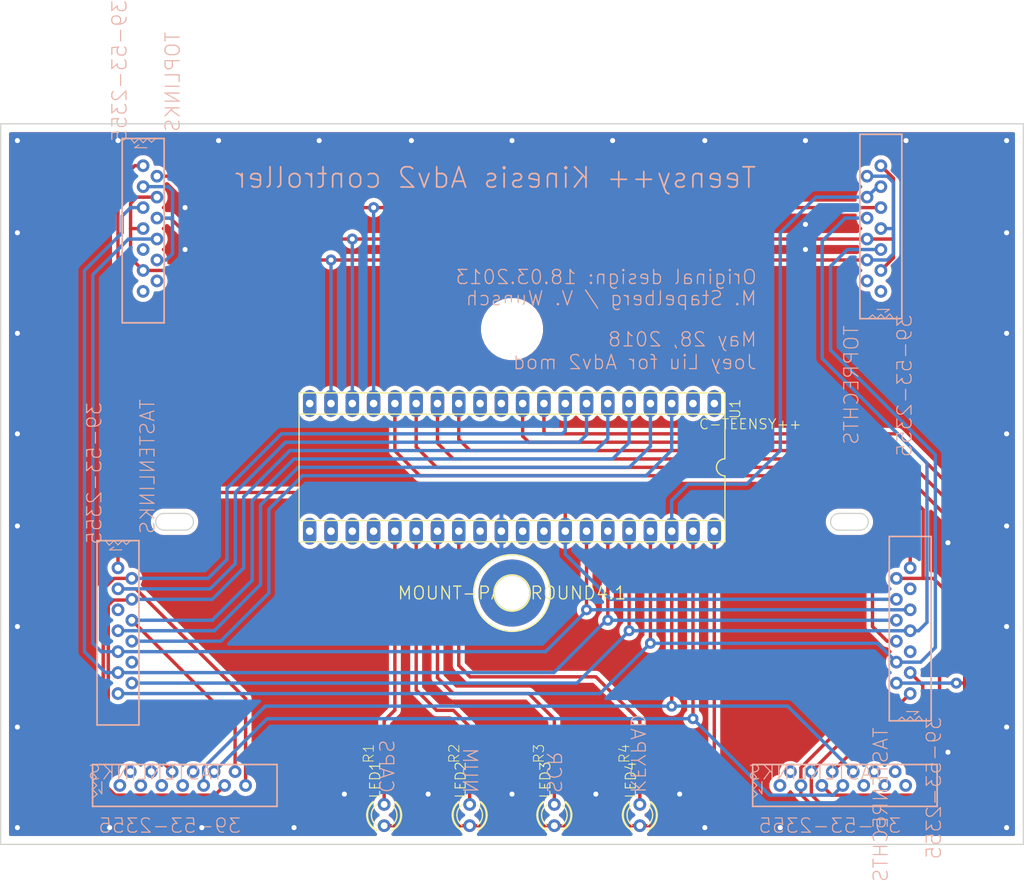
<source format=kicad_pcb>
(kicad_pcb (version 20171130) (host pcbnew 5.0.0-rc2-dev-unknown-5342aac~64~ubuntu16.04.1)
  (layers (0 Top signal) (1 Route2 signal) (2 Route3 signal) (3 Route4 signal) (4 Route5 signal) (5 Route6 signal) (6 Route7 signal) (7 Route8 signal) (8 Route9 signal) (9 Route10 signal) (10 Route11 signal) (11 Route12 signal) (12 Route13 signal) (13 Route14 signal) (14 Route15 signal) (31 Bottom signal) (34 B.Paste user) (35 F.Paste user) (36 B.SilkS user) (37 F.SilkS user) (38 B.Mask user) (39 F.Mask user) (44 Edge.Cuts user))
  (net 0 "")
  (net 1 GND)
  (net 2 C0)
  (net 3 C1)
  (net 4 C3)
  (net 5 C6)
  (net 6 C2)
  (net 7 C5)
  (net 8 C4)
  (net 9 D2)
  (net 10 D3)
  (net 11 D4)
  (net 12 D5)
  (net 13 D6)
  (net 14 D7)
  (net 15 B0)
  (net 16 B1)
  (net 17 B2)
  (net 18 B4)
  (net 19 B5)
  (net 20 B6)
  (net 21 D0)
  (net 22 B3)
  (net 23 D1)
  (net 24 N$1)
  (net 25 N$7)
  (net 26 N$8)
  (net 27 N$9)
  (net 28 N$10)
  (net 29 N$11)
  (net 30 N$14)
  (net 31 N$15)
  (net 32 N$16)
  (net 33 N$17)
  (module 39-53-2135 (layer Bottom) (at 101.5011 122.5036 270)
    (fp_text reference TASTENLINKS (at -11.4208 -2.5324 90) (layer B.SilkS) (effects (font (size 1.6891 1.6891) (thickness 0.135128)) (justify right top mirror)))
    (fp_text value 39-53-2355 (at -10.16 3.81 90) (layer B.SilkS) (effects (font (size 1.6891 1.6891) (thickness 0.135128)) (justify right top mirror)))
    (pad P$1 thru_hole circle (at -7.5 0 270) (size 1.5112 1.5112) (drill 0.8) (layers *.Cu *.Mask) (net 15 B0))
    (pad P$3 thru_hole circle (at -5 0 270) (size 1.5112 1.5112) (drill 0.8) (layers *.Cu *.Mask) (net 11 D4))
    (pad P$5 thru_hole circle (at -2.5 0 270) (size 1.5112 1.5112) (drill 0.8) (layers *.Cu *.Mask))
    (pad P$7 thru_hole circle (at 0 0 270) (size 1.5112 1.5112) (drill 0.8) (layers *.Cu *.Mask) (net 23 D1))
    (pad P$9 thru_hole circle (at 2.5 0 270) (size 1.5112 1.5112) (drill 0.8) (layers *.Cu *.Mask) (net 16 B1))
    (pad P$11 thru_hole circle (at 5 0 270) (size 1.5112 1.5112) (drill 0.8) (layers *.Cu *.Mask) (net 17 B2))
    (pad P$13 thru_hole circle (at 7.5 0 270) (size 1.5112 1.5112) (drill 0.8) (layers *.Cu *.Mask) (net 18 B4))
    (pad P$2 thru_hole circle (at -6.25 -1.65 270) (size 1.5112 1.5112) (drill 0.8) (layers *.Cu *.Mask) (net 12 D5))
    (pad P$4 thru_hole circle (at -3.75 -1.65 270) (size 1.5112 1.5112) (drill 0.8) (layers *.Cu *.Mask) (net 10 D3))
    (pad P$6 thru_hole circle (at -1.25 -1.65 270) (size 1.5112 1.5112) (drill 0.8) (layers *.Cu *.Mask) (net 9 D2))
    (pad P$8 thru_hole circle (at 1.25 -1.65 270) (size 1.5112 1.5112) (drill 0.8) (layers *.Cu *.Mask) (net 21 D0))
    (pad P$10 thru_hole circle (at 3.75 -1.65 270) (size 1.5112 1.5112) (drill 0.8) (layers *.Cu *.Mask))
    (pad P$12 thru_hole circle (at 6.25 -1.65 270) (size 1.5112 1.5112) (drill 0.8) (layers *.Cu *.Mask) (net 22 B3))
  )
  (module 39-53-2135 (layer Bottom) (at 109.22 140.97)
    (fp_text reference TASTENLINKS (at -11.4208 -2.5324 -180) (layer B.SilkS) (effects (font (size 1.6891 1.6891) (thickness 0.135128)) (justify right top mirror)))
    (fp_text value 39-53-2355 (at -10.16 3.81 -180) (layer B.SilkS) (effects (font (size 1.6891 1.6891) (thickness 0.135128)) (justify right top mirror)))
    (pad P$12 thru_hole circle (at 6.25 -1.65) (size 1.5112 1.5112) (drill 0.8) (layers *.Cu *.Mask) (net 9 D2))
    (pad P$10 thru_hole circle (at 3.75 -1.65) (size 1.5112 1.5112) (drill 0.8) (layers *.Cu *.Mask) (net 20 B6))
    (pad P$8 thru_hole circle (at 1.25 -1.65) (size 1.5112 1.5112) (drill 0.8) (layers *.Cu *.Mask))
    (pad P$6 thru_hole circle (at -1.25 -1.65) (size 1.5112 1.5112) (drill 0.8) (layers *.Cu *.Mask) (net 10 D3))
    (pad P$4 thru_hole circle (at -3.75 -1.65) (size 1.5112 1.5112) (drill 0.8) (layers *.Cu *.Mask))
    (pad P$2 thru_hole circle (at -6.25 -1.65) (size 1.5112 1.5112) (drill 0.8) (layers *.Cu *.Mask))
    (pad P$13 thru_hole circle (at 7.5 0) (size 1.5112 1.5112) (drill 0.8) (layers *.Cu *.Mask) (net 11 D4))
    (pad P$11 thru_hole circle (at 5 0) (size 1.5112 1.5112) (drill 0.8) (layers *.Cu *.Mask) (net 12 D5))
    (pad P$9 thru_hole circle (at 2.5 0) (size 1.5112 1.5112) (drill 0.8) (layers *.Cu *.Mask) (net 19 B5))
    (pad P$7 thru_hole circle (at 0 0) (size 1.5112 1.5112) (drill 0.8) (layers *.Cu *.Mask))
    (pad P$5 thru_hole circle (at -2.5 0) (size 1.5112 1.5112) (drill 0.8) (layers *.Cu *.Mask))
    (pad P$3 thru_hole circle (at -5 0) (size 1.5112 1.5112) (drill 0.8) (layers *.Cu *.Mask))
    (pad P$1 thru_hole circle (at -7.5 0) (size 1.5112 1.5112) (drill 0.8) (layers *.Cu *.Mask))
  )
  (module 39-53-2135 (layer Bottom) (at 187.96 140.97)
    (fp_text reference TASTENLINKS (at -11.4208 -2.5324 -180) (layer B.SilkS) (effects (font (size 1.6891 1.6891) (thickness 0.135128)) (justify right top mirror)))
    (fp_text value 39-53-2355 (at -10.16 3.81 -180) (layer B.SilkS) (effects (font (size 1.6891 1.6891) (thickness 0.135128)) (justify right top mirror)))
    (pad P$1 thru_hole circle (at -7.5 0) (size 1.5112 1.5112) (drill 0.8) (layers *.Cu *.Mask))
    (pad P$3 thru_hole circle (at -5 0) (size 1.5112 1.5112) (drill 0.8) (layers *.Cu *.Mask) (net 13 D6))
    (pad P$5 thru_hole circle (at -2.5 0) (size 1.5112 1.5112) (drill 0.8) (layers *.Cu *.Mask) (net 2 C0))
    (pad P$7 thru_hole circle (at 0 0) (size 1.5112 1.5112) (drill 0.8) (layers *.Cu *.Mask) (net 20 B6))
    (pad P$9 thru_hole circle (at 2.5 0) (size 1.5112 1.5112) (drill 0.8) (layers *.Cu *.Mask))
    (pad P$11 thru_hole circle (at 5 0) (size 1.5112 1.5112) (drill 0.8) (layers *.Cu *.Mask))
    (pad P$13 thru_hole circle (at 7.5 0) (size 1.5112 1.5112) (drill 0.8) (layers *.Cu *.Mask))
    (pad P$2 thru_hole circle (at -6.25 -1.65) (size 1.5112 1.5112) (drill 0.8) (layers *.Cu *.Mask))
    (pad P$4 thru_hole circle (at -3.75 -1.65) (size 1.5112 1.5112) (drill 0.8) (layers *.Cu *.Mask) (net 14 D7))
    (pad P$6 thru_hole circle (at -1.25 -1.65) (size 1.5112 1.5112) (drill 0.8) (layers *.Cu *.Mask) (net 3 C1))
    (pad P$8 thru_hole circle (at 1.25 -1.65) (size 1.5112 1.5112) (drill 0.8) (layers *.Cu *.Mask) (net 19 B5))
    (pad P$10 thru_hole circle (at 3.75 -1.65) (size 1.5112 1.5112) (drill 0.8) (layers *.Cu *.Mask))
    (pad P$12 thru_hole circle (at 6.25 -1.65) (size 1.5112 1.5112) (drill 0.8) (layers *.Cu *.Mask))
  )
  (module "" (layer Top) (at 148.5011 86.5036)
    (fp_text reference @HOLE0 hide)
    (fp_text value "" (at 0 0) (layer F.SilkS) (effects (font (size 1.524 1.524))))
    (pad "" np_thru_hole circle (at 0 0) (size 6.4 6.4) (drill 6.4) (layers *.Cu))
  )
  (module TEENSY++ (layer Top) (at 148.5011 103.0036 180)
    (fp_text reference U1 (at -25.908 8.255 90) (layer F.SilkS) (effects (font (size 1.2065 1.2065) (thickness 0.12065)) (justify right top)))
    (fp_text value C-TEENSY++ (at -22.225 4.445) (layer F.SilkS) (effects (font (size 1.2065 1.2065) (thickness 0.12065)) (justify left bottom)))
    (pad GND thru_hole oval (at -24.13 7.62 270) (size 3.2224 1.6112) (drill 0.9) (layers *.Cu *.Mask) (net 24 N$1))
    (pad B7 thru_hole oval (at -21.59 7.62 270) (size 3.2224 1.6112) (drill 0.9) (layers *.Cu *.Mask))
    (pad D2 thru_hole oval (at -13.97 7.62 270) (size 3.2224 1.6112) (drill 0.9) (layers *.Cu *.Mask) (net 9 D2))
    (pad D3 thru_hole oval (at -11.43 7.62 270) (size 3.2224 1.6112) (drill 0.9) (layers *.Cu *.Mask) (net 10 D3))
    (pad D0 thru_hole oval (at -19.05 7.62 270) (size 3.2224 1.6112) (drill 0.9) (layers *.Cu *.Mask) (net 21 D0))
    (pad D1 thru_hole oval (at -16.51 7.62 270) (size 3.2224 1.6112) (drill 0.9) (layers *.Cu *.Mask) (net 23 D1))
    (pad D4 thru_hole oval (at -8.89 7.62 270) (size 3.2224 1.6112) (drill 0.9) (layers *.Cu *.Mask) (net 11 D4))
    (pad D5 thru_hole oval (at -6.35 7.62 270) (size 3.2224 1.6112) (drill 0.9) (layers *.Cu *.Mask) (net 12 D5))
    (pad D6 thru_hole oval (at -3.81 7.62 270) (size 3.2224 1.6112) (drill 0.9) (layers *.Cu *.Mask) (net 13 D6))
    (pad D7 thru_hole oval (at -1.27 7.62 270) (size 3.2224 1.6112) (drill 0.9) (layers *.Cu *.Mask) (net 14 D7))
    (pad E0 thru_hole oval (at 1.27 7.62 270) (size 3.2224 1.6112) (drill 0.9) (layers *.Cu *.Mask))
    (pad E1 thru_hole oval (at 3.81 7.62 270) (size 3.2224 1.6112) (drill 0.9) (layers *.Cu *.Mask))
    (pad C0 thru_hole oval (at 6.35 7.62 270) (size 3.2224 1.6112) (drill 0.9) (layers *.Cu *.Mask) (net 2 C0))
    (pad C1 thru_hole oval (at 8.89 7.62 270) (size 3.2224 1.6112) (drill 0.9) (layers *.Cu *.Mask) (net 3 C1))
    (pad C2 thru_hole oval (at 11.43 7.62 270) (size 3.2224 1.6112) (drill 0.9) (layers *.Cu *.Mask) (net 6 C2))
    (pad C3 thru_hole oval (at 13.97 7.62 270) (size 3.2224 1.6112) (drill 0.9) (layers *.Cu *.Mask) (net 4 C3))
    (pad C4 thru_hole oval (at 16.51 7.62 270) (size 3.2224 1.6112) (drill 0.9) (layers *.Cu *.Mask) (net 8 C4))
    (pad C5 thru_hole oval (at 19.05 7.62 270) (size 3.2224 1.6112) (drill 0.9) (layers *.Cu *.Mask) (net 7 C5))
    (pad C6 thru_hole oval (at 21.59 7.62 270) (size 3.2224 1.6112) (drill 0.9) (layers *.Cu *.Mask) (net 5 C6))
    (pad C7 thru_hole oval (at 24.13 7.62 270) (size 3.2224 1.6112) (drill 0.9) (layers *.Cu *.Mask))
    (pad F7 thru_hole oval (at 24.13 -7.62 270) (size 3.2224 1.6112) (drill 0.9) (layers *.Cu *.Mask))
    (pad F6 thru_hole oval (at 21.59 -7.62 270) (size 3.2224 1.6112) (drill 0.9) (layers *.Cu *.Mask))
    (pad F5 thru_hole oval (at 19.05 -7.62 270) (size 3.2224 1.6112) (drill 0.9) (layers *.Cu *.Mask))
    (pad F4 thru_hole oval (at 16.51 -7.62 270) (size 3.2224 1.6112) (drill 0.9) (layers *.Cu *.Mask))
    (pad F3 thru_hole oval (at 13.97 -7.62 270) (size 3.2224 1.6112) (drill 0.9) (layers *.Cu *.Mask) (net 25 N$7))
    (pad F2 thru_hole oval (at 11.43 -7.62 270) (size 3.2224 1.6112) (drill 0.9) (layers *.Cu *.Mask) (net 26 N$8))
    (pad F1 thru_hole oval (at 8.89 -7.62 270) (size 3.2224 1.6112) (drill 0.9) (layers *.Cu *.Mask) (net 27 N$9))
    (pad F0 thru_hole oval (at 6.35 -7.62 270) (size 3.2224 1.6112) (drill 0.9) (layers *.Cu *.Mask) (net 28 N$10))
    (pad REF thru_hole oval (at 3.81 -7.62 270) (size 3.2224 1.6112) (drill 0.9) (layers *.Cu *.Mask))
    (pad GRND thru_hole oval (at 1.27 -7.62 270) (size 3.2224 1.6112) (drill 0.9) (layers *.Cu *.Mask) (net 1 GND))
    (pad E6 thru_hole oval (at -1.27 -7.62 270) (size 3.2224 1.6112) (drill 0.9) (layers *.Cu *.Mask))
    (pad E7 thru_hole oval (at -3.81 -7.62 270) (size 3.2224 1.6112) (drill 0.9) (layers *.Cu *.Mask))
    (pad B0 thru_hole oval (at -6.35 -7.62 270) (size 3.2224 1.6112) (drill 0.9) (layers *.Cu *.Mask) (net 15 B0))
    (pad B1 thru_hole oval (at -8.89 -7.62 270) (size 3.2224 1.6112) (drill 0.9) (layers *.Cu *.Mask) (net 16 B1))
    (pad B2 thru_hole oval (at -11.43 -7.62 270) (size 3.2224 1.6112) (drill 0.9) (layers *.Cu *.Mask) (net 17 B2))
    (pad B3 thru_hole oval (at -13.97 -7.62 270) (size 3.2224 1.6112) (drill 0.9) (layers *.Cu *.Mask) (net 22 B3))
    (pad B4 thru_hole oval (at -16.51 -7.62 270) (size 3.2224 1.6112) (drill 0.9) (layers *.Cu *.Mask) (net 18 B4))
    (pad B5 thru_hole oval (at -19.05 -7.62 270) (size 3.2224 1.6112) (drill 0.9) (layers *.Cu *.Mask) (net 19 B5))
    (pad B6 thru_hole oval (at -21.59 -7.62 270) (size 3.2224 1.6112) (drill 0.9) (layers *.Cu *.Mask) (net 20 B6))
    (pad +5V thru_hole oval (at -24.13 -7.62 270) (size 3.2224 1.6112) (drill 0.9) (layers *.Cu *.Mask) (net 29 N$11))
  )
  (module 39-53-2135 (layer Bottom) (at 196.0011 122.5036 90)
    (fp_text reference TASTENRECHTS (at -11.4208 -2.5324 90) (layer B.SilkS) (effects (font (size 1.6891 1.6891) (thickness 0.135128)) (justify left bottom mirror)))
    (fp_text value 39-53-2355 (at -10.16 3.81 90) (layer B.SilkS) (effects (font (size 1.6891 1.6891) (thickness 0.135128)) (justify left bottom mirror)))
    (pad P$1 thru_hole circle (at -7.5 0 90) (size 1.5112 1.5112) (drill 0.8) (layers *.Cu *.Mask) (net 13 D6))
    (pad P$3 thru_hole circle (at -5 0 90) (size 1.5112 1.5112) (drill 0.8) (layers *.Cu *.Mask) (net 14 D7))
    (pad P$5 thru_hole circle (at -2.5 0 90) (size 1.5112 1.5112) (drill 0.8) (layers *.Cu *.Mask))
    (pad P$7 thru_hole circle (at 0 0 90) (size 1.5112 1.5112) (drill 0.8) (layers *.Cu *.Mask) (net 22 B3))
    (pad P$9 thru_hole circle (at 2.5 0 90) (size 1.5112 1.5112) (drill 0.8) (layers *.Cu *.Mask) (net 16 B1))
    (pad P$11 thru_hole circle (at 5 0 90) (size 1.5112 1.5112) (drill 0.8) (layers *.Cu *.Mask))
    (pad P$13 thru_hole circle (at 7.5 0 90) (size 1.5112 1.5112) (drill 0.8) (layers *.Cu *.Mask) (net 6 C2))
    (pad P$2 thru_hole circle (at -6.25 -1.65 90) (size 1.5112 1.5112) (drill 0.8) (layers *.Cu *.Mask) (net 2 C0))
    (pad P$4 thru_hole circle (at -3.75 -1.65 90) (size 1.5112 1.5112) (drill 0.8) (layers *.Cu *.Mask) (net 18 B4))
    (pad P$6 thru_hole circle (at -1.25 -1.65 90) (size 1.5112 1.5112) (drill 0.8) (layers *.Cu *.Mask) (net 4 C3))
    (pad P$8 thru_hole circle (at 1.25 -1.65 90) (size 1.5112 1.5112) (drill 0.8) (layers *.Cu *.Mask) (net 17 B2))
    (pad P$10 thru_hole circle (at 3.75 -1.65 90) (size 1.5112 1.5112) (drill 0.8) (layers *.Cu *.Mask) (net 15 B0))
    (pad P$12 thru_hole circle (at 6.25 -1.65 90) (size 1.5112 1.5112) (drill 0.8) (layers *.Cu *.Mask) (net 3 C1))
  )
  (module 39-53-2135 (layer Bottom) (at 192.5011 74.5036 90)
    (fp_text reference TOPRECHTS (at -11.4208 -2.5324 90) (layer B.SilkS) (effects (font (size 1.6891 1.6891) (thickness 0.135128)) (justify left bottom mirror)))
    (fp_text value 39-53-2355 (at -10.16 3.81 90) (layer B.SilkS) (effects (font (size 1.6891 1.6891) (thickness 0.135128)) (justify left bottom mirror)))
    (pad P$1 thru_hole circle (at -7.5 0 90) (size 1.5112 1.5112) (drill 0.8) (layers *.Cu *.Mask))
    (pad P$3 thru_hole circle (at -5 0 90) (size 1.5112 1.5112) (drill 0.8) (layers *.Cu *.Mask) (net 7 C5))
    (pad P$5 thru_hole circle (at -2.5 0 90) (size 1.5112 1.5112) (drill 0.8) (layers *.Cu *.Mask) (net 18 B4))
    (pad P$7 thru_hole circle (at 0 0 90) (size 1.5112 1.5112) (drill 0.8) (layers *.Cu *.Mask) (net 5 C6))
    (pad P$9 thru_hole circle (at 2.5 0 90) (size 1.5112 1.5112) (drill 0.8) (layers *.Cu *.Mask) (net 8 C4))
    (pad P$11 thru_hole circle (at 5 0 90) (size 1.5112 1.5112) (drill 0.8) (layers *.Cu *.Mask) (net 19 B5))
    (pad P$13 thru_hole circle (at 7.5 0 90) (size 1.5112 1.5112) (drill 0.8) (layers *.Cu *.Mask) (net 7 C5))
    (pad P$2 thru_hole circle (at -6.25 -1.65 90) (size 1.5112 1.5112) (drill 0.8) (layers *.Cu *.Mask))
    (pad P$4 thru_hole circle (at -3.75 -1.65 90) (size 1.5112 1.5112) (drill 0.8) (layers *.Cu *.Mask) (net 5 C6))
    (pad P$6 thru_hole circle (at -1.25 -1.65 90) (size 1.5112 1.5112) (drill 0.8) (layers *.Cu *.Mask) (net 7 C5))
    (pad P$8 thru_hole circle (at 1.25 -1.65 90) (size 1.5112 1.5112) (drill 0.8) (layers *.Cu *.Mask) (net 22 B3))
    (pad P$10 thru_hole circle (at 3.75 -1.65 90) (size 1.5112 1.5112) (drill 0.8) (layers *.Cu *.Mask) (net 19 B5))
    (pad P$12 thru_hole circle (at 6.25 -1.65 90) (size 1.5112 1.5112) (drill 0.8) (layers *.Cu *.Mask) (net 5 C6))
  )
  (module 39-53-2135 (layer Bottom) (at 104.5011 74.5036 270)
    (fp_text reference TOPLINKS (at -11.4208 -2.5324 90) (layer B.SilkS) (effects (font (size 1.6891 1.6891) (thickness 0.135128)) (justify right top mirror)))
    (fp_text value 39-53-2355 (at -10.16 3.81 90) (layer B.SilkS) (effects (font (size 1.6891 1.6891) (thickness 0.135128)) (justify right top mirror)))
    (pad P$1 thru_hole circle (at -7.5 0 270) (size 1.5112 1.5112) (drill 0.8) (layers *.Cu *.Mask) (net 15 B0))
    (pad P$3 thru_hole circle (at -5 0 270) (size 1.5112 1.5112) (drill 0.8) (layers *.Cu *.Mask) (net 7 C5))
    (pad P$5 thru_hole circle (at -2.5 0 270) (size 1.5112 1.5112) (drill 0.8) (layers *.Cu *.Mask) (net 17 B2))
    (pad P$7 thru_hole circle (at 0 0 270) (size 1.5112 1.5112) (drill 0.8) (layers *.Cu *.Mask) (net 5 C6))
    (pad P$9 thru_hole circle (at 2.5 0 270) (size 1.5112 1.5112) (drill 0.8) (layers *.Cu *.Mask))
    (pad P$11 thru_hole circle (at 5 0 270) (size 1.5112 1.5112) (drill 0.8) (layers *.Cu *.Mask) (net 5 C6))
    (pad P$13 thru_hole circle (at 7.5 0 270) (size 1.5112 1.5112) (drill 0.8) (layers *.Cu *.Mask))
    (pad P$2 thru_hole circle (at -6.25 -1.65 270) (size 1.5112 1.5112) (drill 0.8) (layers *.Cu *.Mask) (net 8 C4))
    (pad P$4 thru_hole circle (at -3.75 -1.65 270) (size 1.5112 1.5112) (drill 0.8) (layers *.Cu *.Mask) (net 5 C6))
    (pad P$6 thru_hole circle (at -1.25 -1.65 270) (size 1.5112 1.5112) (drill 0.8) (layers *.Cu *.Mask) (net 7 C5))
    (pad P$8 thru_hole circle (at 1.25 -1.65 270) (size 1.5112 1.5112) (drill 0.8) (layers *.Cu *.Mask) (net 16 B1))
    (pad P$10 thru_hole circle (at 3.75 -1.65 270) (size 1.5112 1.5112) (drill 0.8) (layers *.Cu *.Mask) (net 7 C5))
    (pad P$12 thru_hole circle (at 6.25 -1.65 270) (size 1.5112 1.5112) (drill 0.8) (layers *.Cu *.Mask))
  )
  (module LED3MM (layer Top) (at 133.2511 144.5036 90)
    (fp_text reference LED1 (at 1.905 -0.381 90) (layer F.SilkS) (effects (font (size 1.2065 1.2065) (thickness 0.12065)) (justify left bottom)))
    (fp_text value "" (at 1.905 1.651 90) (layer F.SilkS) (effects (font (size 1.2065 1.2065) (thickness 0.12065)) (justify left bottom)))
    (pad A thru_hole circle (at -1.27 0 90) (size 1.524 1.524) (drill 0.8128) (layers *.Cu *.Mask) (net 29 N$11))
    (pad K thru_hole circle (at 1.27 0 90) (size 1.524 1.524) (drill 0.8128) (layers *.Cu *.Mask) (net 33 N$17))
  )
  (module LED3MM (layer Top) (at 143.4511 144.5036 90)
    (fp_text reference LED2 (at 1.905 -0.381 90) (layer F.SilkS) (effects (font (size 1.2065 1.2065) (thickness 0.12065)) (justify left bottom)))
    (fp_text value "" (at 1.905 1.651 90) (layer F.SilkS) (effects (font (size 1.2065 1.2065) (thickness 0.12065)) (justify left bottom)))
    (pad A thru_hole circle (at -1.27 0 90) (size 1.524 1.524) (drill 0.8128) (layers *.Cu *.Mask) (net 29 N$11))
    (pad K thru_hole circle (at 1.27 0 90) (size 1.524 1.524) (drill 0.8128) (layers *.Cu *.Mask) (net 32 N$16))
  )
  (module LED3MM (layer Top) (at 153.5511 144.5036 90)
    (fp_text reference LED3 (at 1.905 -0.381 90) (layer F.SilkS) (effects (font (size 1.2065 1.2065) (thickness 0.12065)) (justify left bottom)))
    (fp_text value "" (at 1.905 1.651 90) (layer F.SilkS) (effects (font (size 1.2065 1.2065) (thickness 0.12065)) (justify left bottom)))
    (pad A thru_hole circle (at -1.27 0 90) (size 1.524 1.524) (drill 0.8128) (layers *.Cu *.Mask) (net 29 N$11))
    (pad K thru_hole circle (at 1.27 0 90) (size 1.524 1.524) (drill 0.8128) (layers *.Cu *.Mask) (net 31 N$15))
  )
  (module LED3MM (layer Top) (at 163.7511 144.5036 90)
    (fp_text reference LED4 (at 1.905 -0.381 90) (layer F.SilkS) (effects (font (size 1.2065 1.2065) (thickness 0.12065)) (justify left bottom)))
    (fp_text value "" (at 1.905 1.651 90) (layer F.SilkS) (effects (font (size 1.2065 1.2065) (thickness 0.12065)) (justify left bottom)))
    (pad A thru_hole circle (at -1.27 0 90) (size 1.524 1.524) (drill 0.8128) (layers *.Cu *.Mask) (net 29 N$11))
    (pad K thru_hole circle (at 1.27 0 90) (size 1.524 1.524) (drill 0.8128) (layers *.Cu *.Mask) (net 30 N$14))
  )
  (module R1206 (layer Top) (at 133.2511 137.0036 90)
    (fp_text reference R1 (at -1.397 -1.143 90) (layer F.SilkS) (effects (font (size 1.2065 1.2065) (thickness 0.09652)) (justify left bottom)))
    (fp_text value "" (at -1.397 2.413 90) (layer F.SilkS) (effects (font (size 1.2065 1.2065) (thickness 0.09652)) (justify left bottom)))
    (pad 1 smd rect (at -1.422 0 90) (size 1.6 1.803) (layers Top F.Paste F.Mask) (net 33 N$17))
    (pad 2 smd rect (at 1.422 0 90) (size 1.6 1.803) (layers Top F.Paste F.Mask) (net 25 N$7))
  )
  (module R1206 (layer Top) (at 143.4511 137.0036 90)
    (fp_text reference R2 (at -1.397 -1.143 90) (layer F.SilkS) (effects (font (size 1.2065 1.2065) (thickness 0.09652)) (justify left bottom)))
    (fp_text value "" (at -1.397 2.413 90) (layer F.SilkS) (effects (font (size 1.2065 1.2065) (thickness 0.09652)) (justify left bottom)))
    (pad 1 smd rect (at -1.422 0 90) (size 1.6 1.803) (layers Top F.Paste F.Mask) (net 32 N$16))
    (pad 2 smd rect (at 1.422 0 90) (size 1.6 1.803) (layers Top F.Paste F.Mask) (net 26 N$8))
  )
  (module R1206 (layer Top) (at 153.5511 137.0036 90)
    (fp_text reference R3 (at -1.397 -1.143 90) (layer F.SilkS) (effects (font (size 1.2065 1.2065) (thickness 0.09652)) (justify left bottom)))
    (fp_text value "" (at -1.397 2.413 90) (layer F.SilkS) (effects (font (size 1.2065 1.2065) (thickness 0.09652)) (justify left bottom)))
    (pad 1 smd rect (at -1.422 0 90) (size 1.6 1.803) (layers Top F.Paste F.Mask) (net 31 N$15))
    (pad 2 smd rect (at 1.422 0 90) (size 1.6 1.803) (layers Top F.Paste F.Mask) (net 27 N$9))
  )
  (module R1206 (layer Top) (at 163.7511 137.0036 90)
    (fp_text reference R4 (at -1.397 -1.143 90) (layer F.SilkS) (effects (font (size 1.2065 1.2065) (thickness 0.09652)) (justify left bottom)))
    (fp_text value "" (at -1.397 2.413 90) (layer F.SilkS) (effects (font (size 1.2065 1.2065) (thickness 0.09652)) (justify left bottom)))
    (pad 1 smd rect (at -1.422 0 90) (size 1.6 1.803) (layers Top F.Paste F.Mask) (net 30 N$14))
    (pad 2 smd rect (at 1.422 0 90) (size 1.6 1.803) (layers Top F.Paste F.Mask) (net 28 N$10))
  )
  (module 4,1-PAD (layer Top) (at 148.5011 118.0036)
    (fp_text reference H1 (at 0 0) (layer F.SilkS) (effects (font (size 1.524 1.524))))
    (fp_text value MOUNT-PAD-ROUND4.1 (at 0 0) (layer F.SilkS) (effects (font (size 1.524 1.524))))
    (pad B4,1 thru_hole circle (at 0 0) (size 8 8) (drill 4.1) (layers *.Cu *.Mask))
  )
  (gr_text "May 28, 2018\nJoey Liu for Adv2 mod" (at 177.8 91.44) (layer B.SilkS) (effects (font (size 1.6891 1.6891) (thickness 0.14224)) (justify left bottom mirror)))
  (gr_line (start 87.5011 148.0036) (end 209.5011 148.0036) (layer Edge.Cuts) (width 0.15))
  (gr_line (start 209.5011 148.0036) (end 209.5011 62.0036) (layer Edge.Cuts) (width 0.15))
  (gr_line (start 209.5011 62.0036) (end 87.5011 62.0036) (layer Edge.Cuts) (width 0.15))
  (gr_line (start 87.5011 62.0036) (end 87.5011 148.0036) (layer Edge.Cuts) (width 0.15))
  (gr_line (start 107.0011 110.5036) (end 109.5011 110.5036) (layer Edge.Cuts) (width 0.15))
  (gr_line (start 187.5011 110.5036) (end 190.0011 110.5036) (layer Edge.Cuts) (width 0.15))
  (gr_line (start 107.0011 108.5036) (end 109.5011 108.5036) (layer Edge.Cuts) (width 0.15))
  (gr_line (start 187.5011 108.5036) (end 190.0011 108.5036) (layer Edge.Cuts) (width 0.15))
  (gr_arc (start 107.0011 109.5036) (end 106.0011 109.5036) (angle 90) (layer Edge.Cuts) (width 0.15))
  (gr_arc (start 107.0011 109.5036) (end 107.0011 110.5036) (angle 90) (layer Edge.Cuts) (width 0.15))
  (gr_arc (start 109.5011 109.5036) (end 110.5011 109.5036) (angle 90) (layer Edge.Cuts) (width 0.15))
  (gr_arc (start 109.5011 109.5036) (end 109.5011 108.5036) (angle 90) (layer Edge.Cuts) (width 0.15))
  (gr_arc (start 187.5011 109.5036) (end 186.5011 109.5036) (angle 90) (layer Edge.Cuts) (width 0.15))
  (gr_arc (start 187.5011 109.5036) (end 187.5011 110.5036) (angle 90) (layer Edge.Cuts) (width 0.15))
  (gr_arc (start 190.0011 109.5036) (end 191.0011 109.5036) (angle 90) (layer Edge.Cuts) (width 0.15))
  (gr_arc (start 190.0011 109.5036) (end 190.0011 108.5036) (angle 90) (layer Edge.Cuts) (width 0.15))
  (gr_text CAPS (at 132.5011 142.0036 270) (layer B.SilkS) (effects (font (size 1.6891 1.6891) (thickness 0.14224)) (justify left bottom mirror)))
  (gr_text NUM (at 142.5011 142.0036 270) (layer B.SilkS) (effects (font (size 1.6891 1.6891) (thickness 0.14224)) (justify left bottom mirror)))
  (gr_text SCR (at 152.5011 142.0036 270) (layer B.SilkS) (effects (font (size 1.6891 1.6891) (thickness 0.14224)) (justify left bottom mirror)))
  (gr_text KEYPAD (at 162.5011 142.0036 270) (layer B.SilkS) (effects (font (size 1.6891 1.6891) (thickness 0.14224)) (justify left bottom mirror)))
  (gr_text "Teensy++ Kinesis Adv2 controller" (at 177.8 69.85) (layer B.SilkS) (effects (font (size 2.413 2.413) (thickness 0.2032)) (justify left bottom mirror)))
  (gr_text "Original design: 18.03.2013" (at 177.8 81.28) (layer B.SilkS) (effects (font (size 1.6891 1.6891) (thickness 0.14224)) (justify left bottom mirror)))
  (gr_text "M. Stapelberg / V. Wunsch" (at 177.8 83.82) (layer B.SilkS) (effects (font (size 1.6891 1.6891) (thickness 0.14224)) (justify left bottom mirror)))
  (via (at 89.5011 146.0036) (size 1.3112) (drill 0.6) (layers Top Bottom) (net 1))
  (via (at 207.5011 146.0036) (size 1.3112) (drill 0.6) (layers Top Bottom) (net 1))
  (via (at 207.5011 64.0036) (size 1.3112) (drill 0.6) (layers Top Bottom) (net 1))
  (via (at 89.5011 64.0036) (size 1.3112) (drill 0.6) (layers Top Bottom) (net 1))
  (via (at 148.5011 64.0036) (size 1.3112) (drill 0.6) (layers Top Bottom) (net 1))
  (via (at 148.5011 142.0036) (size 1.3112) (drill 0.6) (layers Top Bottom) (net 1))
  (via (at 158.5011 142.0036) (size 1.3112) (drill 0.6) (layers Top Bottom) (net 1))
  (via (at 138.5011 142.0036) (size 1.3112) (drill 0.6) (layers Top Bottom) (net 1))
  (via (at 128.5011 142.0036) (size 1.3112) (drill 0.6) (layers Top Bottom) (net 1))
  (via (at 168.5011 142.0036) (size 1.3112) (drill 0.6) (layers Top Bottom) (net 1))
  (via (at 111.5011 146.0036) (size 1.3112) (drill 0.6) (layers Top Bottom) (net 1))
  (via (at 122.5011 146.0036) (size 1.3112) (drill 0.6) (layers Top Bottom) (net 1))
  (via (at 100.5011 146.0036) (size 1.3112) (drill 0.6) (layers Top Bottom) (net 1))
  (via (at 180.5011 146.0036) (size 1.3112) (drill 0.6) (layers Top Bottom) (net 1))
  (via (at 171.5011 146.0036) (size 1.3112) (drill 0.6) (layers Top Bottom) (net 1))
  (via (at 113.5011 64.0036) (size 1.3112) (drill 0.6) (layers Top Bottom) (net 1))
  (via (at 125.5011 64.0036) (size 1.3112) (drill 0.6) (layers Top Bottom) (net 1))
  (via (at 101.5011 64.0036) (size 1.3112) (drill 0.6) (layers Top Bottom) (net 1))
  (via (at 160.5011 64.0036) (size 1.3112) (drill 0.6) (layers Top Bottom) (net 1))
  (via (at 136.5011 64.0036) (size 1.3112) (drill 0.6) (layers Top Bottom) (net 1))
  (via (at 183.5011 64.0036) (size 1.3112) (drill 0.6) (layers Top Bottom) (net 1))
  (via (at 171.5011 64.0036) (size 1.3112) (drill 0.6) (layers Top Bottom) (net 1))
  (via (at 195.5011 64.0036) (size 1.3112) (drill 0.6) (layers Top Bottom) (net 1))
  (via (at 207.5011 87.0036) (size 1.3112) (drill 0.6) (layers Top Bottom) (net 1))
  (via (at 207.5011 75.0036) (size 1.3112) (drill 0.6) (layers Top Bottom) (net 1))
  (via (at 207.5011 99.0036) (size 1.3112) (drill 0.6) (layers Top Bottom) (net 1))
  (via (at 207.5011 122.0036) (size 1.3112) (drill 0.6) (layers Top Bottom) (net 1))
  (via (at 207.5011 110.0036) (size 1.3112) (drill 0.6) (layers Top Bottom) (net 1))
  (via (at 207.5011 134.0036) (size 1.3112) (drill 0.6) (layers Top Bottom) (net 1))
  (via (at 89.5011 122.0036) (size 1.3112) (drill 0.6) (layers Top Bottom) (net 1))
  (via (at 89.5011 110.0036) (size 1.3112) (drill 0.6) (layers Top Bottom) (net 1))
  (via (at 89.5011 134.0036) (size 1.3112) (drill 0.6) (layers Top Bottom) (net 1))
  (via (at 89.5011 87.0036) (size 1.3112) (drill 0.6) (layers Top Bottom) (net 1))
  (via (at 89.5011 75.0036) (size 1.3112) (drill 0.6) (layers Top Bottom) (net 1))
  (via (at 89.5011 99.0036) (size 1.3112) (drill 0.6) (layers Top Bottom) (net 1))
  (via (at 109.5011 72.0036) (size 1.3112) (drill 0.6) (layers Top Bottom) (net 1))
  (via (at 183.5011 74.0036) (size 1.3112) (drill 0.6) (layers Top Bottom) (net 1))
  (via (at 109.5011 77.0036) (size 1.3112) (drill 0.6) (layers Top Bottom) (net 1))
  (via (at 183.5011 77.0036) (size 1.3112) (drill 0.6) (layers Top Bottom) (net 1))
  (via (at 200.5011 137.0036) (size 1.3112) (drill 0.6) (layers Top Bottom) (net 1))
  (via (at 200.5011 112.0036) (size 1.3112) (drill 0.6) (layers Top Bottom) (net 1))
  (segment (start 142.1511 95.3836) (end 142.1511 99.6536) (width 0.4064) (layer Top) (net 2))
  (segment (start 142.1511 99.6536) (end 143.5011 101.0036) (width 0.4064) (layer Top) (net 2))
  (segment (start 143.5011 101.0036) (end 192.5011 101.0036) (width 0.4064) (layer Top) (net 2))
  (segment (start 192.5011 101.0036) (end 202.5011 111.0036) (width 0.4064) (layer Top) (net 2))
  (segment (start 202.5011 111.0036) (end 202.5011 128.7536) (width 0.4064) (layer Top) (net 2))
  (segment (start 194.3511 128.7536) (end 201.5011 128.7536) (width 0.4064) (layer Bottom) (net 2))
  (via (at 201.5011 128.7536) (size 1.3112) (drill 0.6) (layers Top Bottom) (net 2))
  (segment (start 201.5011 128.7536) (end 202.5011 128.7536) (width 0.4064) (layer Top) (net 2))
  (segment (start 186.215599 141.725599) (end 185.46 140.97) (width 0.4064) (layer Top) (net 2))
  (segment (start 196.942925 142.128801) (end 186.618801 142.128801) (width 0.4064) (layer Top) (net 2))
  (segment (start 202.5011 136.570626) (end 196.942925 142.128801) (width 0.4064) (layer Top) (net 2))
  (segment (start 186.618801 142.128801) (end 186.215599 141.725599) (width 0.4064) (layer Top) (net 2))
  (segment (start 202.5011 128.7536) (end 202.5011 136.570626) (width 0.4064) (layer Top) (net 2))
  (segment (start 197.545913 116.2536) (end 194.3511 116.2536) (width 0.4064) (layer Top) (net 3))
  (segment (start 197.545913 116.2536) (end 197.545913 108.048412) (width 0.4064) (layer Top) (net 3))
  (segment (start 197.545913 108.048412) (end 191.5011 102.0036) (width 0.4064) (layer Top) (net 3))
  (segment (start 191.5011 102.0036) (end 141.5011 102.0036) (width 0.4064) (layer Top) (net 3))
  (segment (start 141.5011 102.0036) (end 139.6111 100.1136) (width 0.4064) (layer Top) (net 3))
  (segment (start 139.6111 100.1136) (end 139.6111 95.3836) (width 0.4064) (layer Top) (net 3))
  (segment (start 199.5011 127.0036) (end 199.5011 133.0036) (width 0.4064) (layer Top) (net 3))
  (segment (start 197.545913 116.2536) (end 198.7511 116.2536) (width 0.4064) (layer Top) (net 3))
  (segment (start 198.7511 116.2536) (end 200.5011 118.0036) (width 0.4064) (layer Top) (net 3))
  (segment (start 200.5011 118.0036) (end 200.5011 126.0036) (width 0.4064) (layer Top) (net 3))
  (segment (start 200.5011 126.0036) (end 199.5011 127.0036) (width 0.4064) (layer Top) (net 3))
  (segment (start 190.41999 135.61001) (end 187.465599 138.564401) (width 0.4064) (layer Top) (net 3))
  (segment (start 187.465599 138.564401) (end 186.71 139.32) (width 0.4064) (layer Top) (net 3))
  (segment (start 196.89469 135.61001) (end 190.41999 135.61001) (width 0.4064) (layer Top) (net 3))
  (segment (start 199.5011 133.0036) (end 196.89469 135.61001) (width 0.4064) (layer Top) (net 3))
  (segment (start 194.3511 123.7536) (end 193.2511 123.7536) (width 0.4064) (layer Top) (net 4))
  (segment (start 193.2511 123.7536) (end 191.5011 122.0036) (width 0.4064) (layer Top) (net 4))
  (segment (start 191.5011 122.0036) (end 191.5011 115.0036) (width 0.4064) (layer Top) (net 4))
  (segment (start 191.5011 115.0036) (end 194.5011 112.0036) (width 0.4064) (layer Top) (net 4))
  (segment (start 194.5011 112.0036) (end 194.5011 109.0036) (width 0.4064) (layer Top) (net 4))
  (segment (start 194.5011 109.0036) (end 189.5011 104.0036) (width 0.4064) (layer Top) (net 4))
  (segment (start 189.5011 104.0036) (end 137.5011 104.0036) (width 0.4064) (layer Top) (net 4))
  (segment (start 137.5011 104.0036) (end 134.5311 101.0336) (width 0.4064) (layer Top) (net 4))
  (segment (start 134.5311 101.0336) (end 134.5311 95.3836) (width 0.4064) (layer Top) (net 4))
  (segment (start 190.8511 78.2536) (end 126.9111 78.2536) (width 0.4064) (layer Top) (net 5))
  (segment (start 126.9111 78.2536) (end 110.2511 78.2536) (width 0.4064) (layer Top) (net 5))
  (segment (start 110.2511 78.2536) (end 109.0011 79.5036) (width 0.4064) (layer Top) (net 5))
  (segment (start 109.0011 79.5036) (end 104.5011 79.5036) (width 0.4064) (layer Top) (net 5))
  (segment (start 190.8511 78.2536) (end 193.2511 78.2536) (width 0.4064) (layer Bottom) (net 5))
  (segment (start 193.2511 78.2536) (end 194.0011 77.5036) (width 0.4064) (layer Bottom) (net 5))
  (segment (start 194.0011 77.5036) (end 194.0011 74.5036) (width 0.4064) (layer Bottom) (net 5))
  (segment (start 194.0011 74.5036) (end 192.5011 74.5036) (width 0.4064) (layer Bottom) (net 5))
  (segment (start 194.0011 74.5036) (end 194.0011 69.0036) (width 0.4064) (layer Bottom) (net 5))
  (segment (start 194.0011 69.0036) (end 193.2511 68.2536) (width 0.4064) (layer Bottom) (net 5))
  (segment (start 193.2511 68.2536) (end 190.8511 68.2536) (width 0.4064) (layer Bottom) (net 5))
  (segment (start 104.5011 79.5036) (end 103.0011 78.0036) (width 0.4064) (layer Top) (net 5))
  (segment (start 103.0011 78.0036) (end 103.0011 74.5036) (width 0.4064) (layer Top) (net 5))
  (segment (start 103.0011 74.5036) (end 104.5011 74.5036) (width 0.4064) (layer Top) (net 5))
  (segment (start 103.0011 74.5036) (end 103.0011 71.5036) (width 0.4064) (layer Top) (net 5))
  (segment (start 103.0011 71.5036) (end 103.7511 70.7536) (width 0.4064) (layer Top) (net 5))
  (segment (start 103.7511 70.7536) (end 106.1511 70.7536) (width 0.4064) (layer Top) (net 5))
  (segment (start 126.9111 78.2536) (end 126.9111 95.3836) (width 0.4064) (layer Bottom) (net 5))
  (via (at 126.9111 78.2536) (size 1.3112) (drill 0.6) (layers Top Bottom) (net 5))
  (segment (start 196.0011 115.0036) (end 196.0011 108.5036) (width 0.4064) (layer Top) (net 6))
  (segment (start 196.0011 108.5036) (end 190.5011 103.0036) (width 0.4064) (layer Top) (net 6))
  (segment (start 190.5011 103.0036) (end 139.5011 103.0036) (width 0.4064) (layer Top) (net 6))
  (segment (start 139.5011 103.0036) (end 137.0711 100.5736) (width 0.4064) (layer Top) (net 6))
  (segment (start 137.0711 100.5736) (end 137.0711 95.3836) (width 0.4064) (layer Top) (net 6))
  (segment (start 190.8511 75.7536) (end 129.4511 75.7536) (width 0.4064) (layer Top) (net 7))
  (segment (start 129.4511 75.7536) (end 110.2511 75.7536) (width 0.4064) (layer Top) (net 7))
  (segment (start 110.2511 75.7536) (end 107.7511 73.2536) (width 0.4064) (layer Top) (net 7))
  (segment (start 106.1511 73.2536) (end 107.7511 73.2536) (width 0.4064) (layer Top) (net 7))
  (segment (start 190.8511 75.7536) (end 194.0011 75.7536) (width 0.4064) (layer Top) (net 7))
  (segment (start 194.0011 75.7536) (end 194.0011 78.0036) (width 0.4064) (layer Top) (net 7))
  (segment (start 194.0011 78.0036) (end 192.5011 79.5036) (width 0.4064) (layer Top) (net 7))
  (segment (start 194.0011 75.7536) (end 194.0011 68.5036) (width 0.4064) (layer Top) (net 7))
  (segment (start 194.0011 68.5036) (end 192.5011 67.0036) (width 0.4064) (layer Top) (net 7))
  (segment (start 106.1511 78.2536) (end 107.2511 78.2536) (width 0.4064) (layer Bottom) (net 7))
  (segment (start 107.2511 78.2536) (end 108.0011 77.5036) (width 0.4064) (layer Bottom) (net 7))
  (segment (start 108.0011 77.5036) (end 108.0011 73.2536) (width 0.4064) (layer Bottom) (net 7))
  (segment (start 108.0011 73.2536) (end 106.1511 73.2536) (width 0.4064) (layer Bottom) (net 7))
  (segment (start 108.0011 73.2536) (end 108.0011 70.0036) (width 0.4064) (layer Bottom) (net 7))
  (segment (start 108.0011 70.0036) (end 107.5011 69.5036) (width 0.4064) (layer Bottom) (net 7))
  (segment (start 107.5011 69.5036) (end 104.5011 69.5036) (width 0.4064) (layer Bottom) (net 7))
  (segment (start 129.4511 75.7536) (end 129.4511 95.3836) (width 0.4064) (layer Bottom) (net 7))
  (via (at 129.4511 75.7536) (size 1.3112) (drill 0.6) (layers Top Bottom) (net 7))
  (segment (start 192.5011 72.0036) (end 131.9911 72.0036) (width 0.4064) (layer Top) (net 8))
  (segment (start 131.9911 72.0036) (end 111.5011 72.0036) (width 0.4064) (layer Top) (net 8))
  (segment (start 111.5011 72.0036) (end 107.7511 68.2536) (width 0.4064) (layer Top) (net 8))
  (segment (start 106.1511 68.2536) (end 107.7511 68.2536) (width 0.4064) (layer Top) (net 8))
  (segment (start 131.9911 72.0036) (end 131.9911 95.3836) (width 0.4064) (layer Bottom) (net 8))
  (via (at 131.9911 72.0036) (size 1.3112) (drill 0.6) (layers Top Bottom) (net 8))
  (segment (start 103.1511 121.2536) (end 112.7511 121.2536) (width 0.4064) (layer Bottom) (net 9))
  (segment (start 112.7511 121.2536) (end 117.5011 116.5036) (width 0.4064) (layer Bottom) (net 9))
  (segment (start 117.5011 116.5036) (end 117.5011 107.0036) (width 0.4064) (layer Bottom) (net 9))
  (segment (start 117.5011 107.0036) (end 122.5011 102.0036) (width 0.4064) (layer Bottom) (net 9))
  (segment (start 122.5011 102.0036) (end 160.5011 102.0036) (width 0.4064) (layer Bottom) (net 9))
  (segment (start 160.5011 102.0036) (end 162.4711 100.0336) (width 0.4064) (layer Bottom) (net 9))
  (segment (start 162.4711 100.0336) (end 162.4711 95.3836) (width 0.4064) (layer Bottom) (net 9))
  (segment (start 115.47 133.5725) (end 115.47 139.32) (width 0.4064) (layer Top) (net 9))
  (segment (start 103.1511 121.2536) (end 115.47 133.5725) (width 0.4064) (layer Top) (net 9))
  (segment (start 103.1511 118.7536) (end 112.7511 118.7536) (width 0.4064) (layer Bottom) (net 10))
  (segment (start 112.7511 118.7536) (end 116.5011 115.0036) (width 0.4064) (layer Bottom) (net 10))
  (segment (start 116.5011 115.0036) (end 116.5011 106.5036) (width 0.4064) (layer Bottom) (net 10))
  (segment (start 116.5011 106.5036) (end 122.0011 101.0036) (width 0.4064) (layer Bottom) (net 10))
  (segment (start 122.0011 101.0036) (end 158.5011 101.0036) (width 0.4064) (layer Bottom) (net 10))
  (segment (start 158.5011 101.0036) (end 159.9311 99.5736) (width 0.4064) (layer Bottom) (net 10))
  (segment (start 159.9311 99.5736) (end 159.9311 95.3836) (width 0.4064) (layer Bottom) (net 10))
  (segment (start 107.214401 138.564401) (end 107.97 139.32) (width 0.4064) (layer Top) (net 10))
  (segment (start 100.342299 131.692299) (end 107.214401 138.564401) (width 0.4064) (layer Top) (net 10))
  (segment (start 100.342299 119.447375) (end 100.342299 131.692299) (width 0.4064) (layer Top) (net 10))
  (segment (start 103.242299 118.844799) (end 100.944875 118.844799) (width 0.4064) (layer Top) (net 10))
  (segment (start 100.944875 118.844799) (end 100.342299 119.447375) (width 0.4064) (layer Top) (net 10))
  (segment (start 103.1511 118.7536) (end 103.242299 118.844799) (width 0.4064) (layer Top) (net 10))
  (segment (start 101.5011 117.5036) (end 112.5011 117.5036) (width 0.4064) (layer Bottom) (net 11))
  (segment (start 112.5011 117.5036) (end 115.5011 114.5036) (width 0.4064) (layer Bottom) (net 11))
  (segment (start 115.5011 114.5036) (end 115.5011 106.0036) (width 0.4064) (layer Bottom) (net 11))
  (segment (start 115.5011 106.0036) (end 121.5011 100.0036) (width 0.4064) (layer Bottom) (net 11))
  (segment (start 121.5011 100.0036) (end 156.5011 100.0036) (width 0.4064) (layer Bottom) (net 11))
  (segment (start 156.5011 100.0036) (end 157.3911 99.1136) (width 0.4064) (layer Bottom) (net 11))
  (segment (start 157.3911 99.1136) (end 157.3911 95.3836) (width 0.4064) (layer Bottom) (net 11))
  (segment (start 116.72 130.607474) (end 116.72 139.901421) (width 0.4064) (layer Top) (net 11))
  (segment (start 103.616126 117.5036) (end 116.72 130.607474) (width 0.4064) (layer Top) (net 11))
  (segment (start 116.72 139.901421) (end 116.72 140.97) (width 0.4064) (layer Top) (net 11))
  (segment (start 101.5011 117.5036) (end 103.616126 117.5036) (width 0.4064) (layer Top) (net 11))
  (segment (start 103.1511 116.2536) (end 112.2511 116.2536) (width 0.4064) (layer Bottom) (net 12))
  (segment (start 112.2511 116.2536) (end 114.5011 114.0036) (width 0.4064) (layer Bottom) (net 12))
  (segment (start 114.5011 114.0036) (end 114.5011 105.5036) (width 0.4064) (layer Bottom) (net 12))
  (segment (start 114.5011 105.5036) (end 121.0011 99.0036) (width 0.4064) (layer Bottom) (net 12))
  (segment (start 121.0011 99.0036) (end 154.5011 99.0036) (width 0.4064) (layer Bottom) (net 12))
  (segment (start 154.5011 99.0036) (end 154.8511 98.6536) (width 0.4064) (layer Bottom) (net 12))
  (segment (start 154.8511 98.6536) (end 154.8511 95.3836) (width 0.4064) (layer Bottom) (net 12))
  (segment (start 113.464401 141.725599) (end 114.22 140.97) (width 0.4064) (layer Top) (net 12))
  (segment (start 113.061199 142.128801) (end 113.464401 141.725599) (width 0.4064) (layer Top) (net 12))
  (segment (start 99.735889 140.700915) (end 101.163775 142.128801) (width 0.4064) (layer Top) (net 12))
  (segment (start 101.163775 142.128801) (end 113.061199 142.128801) (width 0.4064) (layer Top) (net 12))
  (segment (start 99.735889 117.553785) (end 99.735889 140.700915) (width 0.4064) (layer Top) (net 12))
  (segment (start 101.036074 116.2536) (end 99.735889 117.553785) (width 0.4064) (layer Top) (net 12))
  (segment (start 103.1511 116.2536) (end 101.036074 116.2536) (width 0.4064) (layer Top) (net 12))
  (segment (start 196.0011 130.5036) (end 196.0011 130.0036) (width 0.4064) (layer Top) (net 13))
  (segment (start 152.3111 95.3836) (end 152.3111 98.8136) (width 0.4064) (layer Top) (net 13))
  (segment (start 152.3111 98.8136) (end 152.5011 99.0036) (width 0.4064) (layer Top) (net 13))
  (segment (start 152.5011 99.0036) (end 194.5011 99.0036) (width 0.4064) (layer Top) (net 13))
  (segment (start 194.5011 99.0036) (end 204.5011 109.0036) (width 0.4064) (layer Top) (net 13))
  (segment (start 182.96 139.901421) (end 182.96 140.97) (width 0.4064) (layer Top) (net 13))
  (segment (start 182.96 138.854974) (end 182.96 139.901421) (width 0.4064) (layer Top) (net 13))
  (segment (start 187.417784 134.39719) (end 182.96 138.854974) (width 0.4064) (layer Top) (net 13))
  (segment (start 191.60751 134.39719) (end 187.417784 134.39719) (width 0.4064) (layer Top) (net 13))
  (segment (start 196.0011 130.0036) (end 191.60751 134.39719) (width 0.4064) (layer Top) (net 13))
  (segment (start 182.96 142.038579) (end 182.96 140.97) (width 0.4064) (layer Top) (net 13))
  (segment (start 186.307831 145.38641) (end 182.96 142.038579) (width 0.4064) (layer Top) (net 13))
  (segment (start 200.975883 145.38641) (end 186.307831 145.38641) (width 0.4064) (layer Top) (net 13))
  (segment (start 204.5011 109.0036) (end 204.5011 141.861193) (width 0.4064) (layer Top) (net 13))
  (segment (start 204.5011 141.861193) (end 200.975883 145.38641) (width 0.4064) (layer Top) (net 13))
  (segment (start 197.5011 131.0036) (end 197.5011 129.0036) (width 0.4064) (layer Top) (net 14))
  (segment (start 197.5011 129.0036) (end 196.0011 127.5036) (width 0.4064) (layer Top) (net 14))
  (segment (start 149.7711 95.3836) (end 149.7711 99.2736) (width 0.4064) (layer Top) (net 14))
  (segment (start 149.7711 99.2736) (end 150.5011 100.0036) (width 0.4064) (layer Top) (net 14))
  (segment (start 150.5011 100.0036) (end 193.5011 100.0036) (width 0.4064) (layer Top) (net 14))
  (segment (start 193.5011 100.0036) (end 203.5011 110.0036) (width 0.4064) (layer Top) (net 14))
  (segment (start 188.5264 135.0036) (end 184.965599 138.564401) (width 0.4064) (layer Top) (net 14))
  (segment (start 193.5011 135.0036) (end 188.5264 135.0036) (width 0.4064) (layer Top) (net 14))
  (segment (start 184.965599 138.564401) (end 184.21 139.32) (width 0.4064) (layer Top) (net 14))
  (segment (start 197.5011 131.0036) (end 193.5011 135.0036) (width 0.4064) (layer Top) (net 14))
  (segment (start 184.21 142.070093) (end 184.21 140.388579) (width 0.4064) (layer Top) (net 14))
  (segment (start 184.21 140.388579) (end 184.21 139.32) (width 0.4064) (layer Top) (net 14))
  (segment (start 186.919907 144.78) (end 184.21 142.070093) (width 0.4064) (layer Top) (net 14))
  (segment (start 200.7247 144.78) (end 186.919907 144.78) (width 0.4064) (layer Top) (net 14))
  (segment (start 203.5011 142.0036) (end 200.7247 144.78) (width 0.4064) (layer Top) (net 14))
  (segment (start 203.5011 110.0036) (end 203.5011 141.9389) (width 0.4064) (layer Top) (net 14))
  (segment (start 194.3511 118.7536) (end 160.2511 118.7536) (width 0.4064) (layer Bottom) (net 15))
  (segment (start 160.2511 118.7536) (end 154.8511 113.3536) (width 0.4064) (layer Bottom) (net 15))
  (segment (start 154.8511 113.3536) (end 154.8511 110.6236) (width 0.4064) (layer Bottom) (net 15))
  (segment (start 101.5011 115.0036) (end 101.5011 106.0036) (width 0.4064) (layer Top) (net 15))
  (segment (start 101.5011 106.0036) (end 152.5011 106.0036) (width 0.4064) (layer Top) (net 15))
  (segment (start 152.5011 106.0036) (end 154.8511 108.3536) (width 0.4064) (layer Top) (net 15))
  (segment (start 154.8511 108.3536) (end 154.8511 110.6236) (width 0.4064) (layer Top) (net 15))
  (segment (start 101.5011 106.0036) (end 101.5011 69.0036) (width 0.4064) (layer Top) (net 15))
  (segment (start 101.5011 69.0036) (end 103.5011 67.0036) (width 0.4064) (layer Top) (net 15))
  (segment (start 103.5011 67.0036) (end 104.5011 67.0036) (width 0.4064) (layer Top) (net 15))
  (segment (start 101.5011 125.0036) (end 152.5011 125.0036) (width 0.4064) (layer Bottom) (net 16))
  (segment (start 152.5011 125.0036) (end 157.5011 120.0036) (width 0.4064) (layer Bottom) (net 16))
  (segment (start 157.5011 120.0036) (end 196.0011 120.0036) (width 0.4064) (layer Bottom) (net 16))
  (segment (start 157.3911 110.6236) (end 157.3911 120.0036) (width 0.4064) (layer Top) (net 16))
  (segment (start 157.3911 120.0036) (end 157.5011 120.0036) (width 0.4064) (layer Bottom) (net 16))
  (via (at 157.3911 120.0036) (size 1.3112) (drill 0.6) (layers Top Bottom) (net 16))
  (segment (start 101.5011 125.0036) (end 99.5011 125.0036) (width 0.4064) (layer Bottom) (net 16))
  (segment (start 99.5011 125.0036) (end 98.5011 124.0036) (width 0.4064) (layer Bottom) (net 16))
  (segment (start 98.5011 124.0036) (end 98.5011 80.0036) (width 0.4064) (layer Bottom) (net 16))
  (segment (start 98.5011 80.0036) (end 102.7511 75.7536) (width 0.4064) (layer Bottom) (net 16))
  (segment (start 102.7511 75.7536) (end 106.1511 75.7536) (width 0.4064) (layer Bottom) (net 16))
  (segment (start 101.5011 127.5036) (end 153.5011 127.5036) (width 0.4064) (layer Bottom) (net 17))
  (segment (start 153.5011 127.5036) (end 159.7511 121.2536) (width 0.4064) (layer Bottom) (net 17))
  (segment (start 159.9311 121.2536) (end 194.3511 121.2536) (width 0.4064) (layer Bottom) (net 17))
  (segment (start 159.7511 121.2536) (end 159.9311 121.2536) (width 0.4064) (layer Bottom) (net 17))
  (segment (start 159.9311 121.2536) (end 159.9311 110.6236) (width 0.4064) (layer Top) (net 17))
  (via (at 159.9311 121.2536) (size 1.3112) (drill 0.6) (layers Top Bottom) (net 17))
  (segment (start 101.5011 127.5036) (end 100.0011 127.5036) (width 0.4064) (layer Bottom) (net 17))
  (segment (start 100.0011 127.5036) (end 97.5011 125.0036) (width 0.4064) (layer Bottom) (net 17))
  (segment (start 97.5011 125.0036) (end 97.5011 79.5036) (width 0.4064) (layer Bottom) (net 17))
  (segment (start 97.5011 79.5036) (end 102.0011 75.0036) (width 0.4064) (layer Bottom) (net 17))
  (segment (start 102.0011 75.0036) (end 102.0011 73.0036) (width 0.4064) (layer Bottom) (net 17))
  (segment (start 102.0011 73.0036) (end 103.0011 72.0036) (width 0.4064) (layer Bottom) (net 17))
  (segment (start 103.0011 72.0036) (end 104.5011 72.0036) (width 0.4064) (layer Bottom) (net 17))
  (segment (start 101.5011 130.0036) (end 159.0011 130.0036) (width 0.4064) (layer Bottom) (net 18))
  (segment (start 159.0011 130.0036) (end 165.0011 124.0036) (width 0.4064) (layer Bottom) (net 18))
  (segment (start 165.0111 124.0036) (end 192.1011 124.0036) (width 0.4064) (layer Bottom) (net 18))
  (segment (start 192.1011 124.0036) (end 194.3511 126.2536) (width 0.4064) (layer Bottom) (net 18))
  (segment (start 194.3511 126.2536) (end 197.2511 126.2536) (width 0.4064) (layer Bottom) (net 18))
  (segment (start 197.2511 126.2536) (end 199.0011 124.5036) (width 0.4064) (layer Bottom) (net 18))
  (segment (start 199.0011 124.5036) (end 199.0011 101.5036) (width 0.4064) (layer Bottom) (net 18))
  (segment (start 199.0011 101.5036) (end 186.5011 89.0036) (width 0.4064) (layer Bottom) (net 18))
  (segment (start 186.5011 89.0036) (end 186.5011 79.0036) (width 0.4064) (layer Bottom) (net 18))
  (segment (start 186.5011 79.0036) (end 188.5011 77.0036) (width 0.4064) (layer Bottom) (net 18))
  (segment (start 188.5011 77.0036) (end 192.5011 77.0036) (width 0.4064) (layer Bottom) (net 18))
  (segment (start 165.0011 124.0036) (end 165.0111 124.0036) (width 0.4064) (layer Bottom) (net 18))
  (segment (start 165.0111 124.0036) (end 165.0111 110.6236) (width 0.4064) (layer Top) (net 18))
  (via (at 165.0111 124.0036) (size 1.3112) (drill 0.6) (layers Top Bottom) (net 18))
  (segment (start 167.5511 131.5036) (end 167.5511 110.6236) (width 0.4064) (layer Top) (net 19))
  (via (at 167.5511 131.5036) (size 1.3112) (drill 0.6) (layers Top Bottom) (net 19))
  (segment (start 167.5511 110.6236) (end 167.5511 106.9536) (width 0.4064) (layer Bottom) (net 19))
  (segment (start 167.5511 106.9536) (end 169.5011 105.0036) (width 0.4064) (layer Bottom) (net 19))
  (segment (start 169.5011 105.0036) (end 176.5011 105.0036) (width 0.4064) (layer Bottom) (net 19))
  (segment (start 176.5011 105.0036) (end 180.5011 101.0036) (width 0.4064) (layer Bottom) (net 19))
  (segment (start 180.5011 101.0036) (end 180.5011 75.0036) (width 0.4064) (layer Bottom) (net 19))
  (segment (start 180.5011 75.0036) (end 184.7511 70.7536) (width 0.4064) (layer Bottom) (net 19))
  (segment (start 184.7511 70.7536) (end 190.8511 70.7536) (width 0.4064) (layer Bottom) (net 19))
  (segment (start 190.8511 70.7536) (end 192.1011 69.5036) (width 0.4064) (layer Bottom) (net 19))
  (segment (start 192.1011 69.5036) (end 192.5011 69.5036) (width 0.4064) (layer Bottom) (net 19))
  (segment (start 181.3936 131.5036) (end 189.21 139.32) (width 0.4064) (layer Bottom) (net 19))
  (segment (start 167.5511 131.5036) (end 181.3936 131.5036) (width 0.4064) (layer Bottom) (net 19))
  (segment (start 111.72 139.901421) (end 111.72 140.97) (width 0.4064) (layer Bottom) (net 19))
  (segment (start 111.72 138.854974) (end 111.72 139.901421) (width 0.4064) (layer Bottom) (net 19))
  (segment (start 119.071374 131.5036) (end 111.72 138.854974) (width 0.4064) (layer Bottom) (net 19))
  (segment (start 167.5511 131.5036) (end 119.071374 131.5036) (width 0.4064) (layer Bottom) (net 19))
  (segment (start 170.0911 133.0036) (end 170.0911 110.6236) (width 0.4064) (layer Top) (net 20))
  (via (at 170.0911 133.0036) (size 1.3112) (drill 0.6) (layers Top Bottom) (net 20))
  (segment (start 187.204401 141.725599) (end 187.96 140.97) (width 0.4064) (layer Bottom) (net 20))
  (segment (start 186.801199 142.128801) (end 187.204401 141.725599) (width 0.4064) (layer Bottom) (net 20))
  (segment (start 179.216301 142.128801) (end 186.801199 142.128801) (width 0.4064) (layer Bottom) (net 20))
  (segment (start 170.0911 133.0036) (end 179.216301 142.128801) (width 0.4064) (layer Bottom) (net 20))
  (segment (start 119.2864 133.0036) (end 112.97 139.32) (width 0.4064) (layer Bottom) (net 20))
  (segment (start 170.0911 133.0036) (end 119.2864 133.0036) (width 0.4064) (layer Bottom) (net 20))
  (segment (start 103.1511 123.7536) (end 113.7511 123.7536) (width 0.4064) (layer Bottom) (net 21))
  (segment (start 113.7511 123.7536) (end 119.5011 118.0036) (width 0.4064) (layer Bottom) (net 21))
  (segment (start 119.5011 118.0036) (end 119.5011 108.0036) (width 0.4064) (layer Bottom) (net 21))
  (segment (start 119.5011 108.0036) (end 123.5011 104.0036) (width 0.4064) (layer Bottom) (net 21))
  (segment (start 123.5011 104.0036) (end 164.5011 104.0036) (width 0.4064) (layer Bottom) (net 21))
  (segment (start 164.5011 104.0036) (end 167.5511 100.9536) (width 0.4064) (layer Bottom) (net 21))
  (segment (start 167.5511 100.9536) (end 167.5511 95.3836) (width 0.4064) (layer Bottom) (net 21))
  (segment (start 103.1511 128.7536) (end 156.2511 128.7536) (width 0.4064) (layer Bottom) (net 22))
  (segment (start 156.2511 128.7536) (end 162.5011 122.5036) (width 0.4064) (layer Bottom) (net 22))
  (segment (start 162.5011 122.5036) (end 196.0011 122.5036) (width 0.4064) (layer Bottom) (net 22))
  (segment (start 196.0011 122.5036) (end 197.0011 122.5036) (width 0.4064) (layer Bottom) (net 22))
  (segment (start 197.0011 122.5036) (end 198.0011 121.5036) (width 0.4064) (layer Bottom) (net 22))
  (segment (start 198.0011 121.5036) (end 198.0011 102.5036) (width 0.4064) (layer Bottom) (net 22))
  (segment (start 198.0011 102.5036) (end 185.5011 90.0036) (width 0.4064) (layer Bottom) (net 22))
  (segment (start 185.5011 90.0036) (end 185.5011 76.0036) (width 0.4064) (layer Bottom) (net 22))
  (segment (start 185.5011 76.0036) (end 188.2511 73.2536) (width 0.4064) (layer Bottom) (net 22))
  (segment (start 188.2511 73.2536) (end 190.8511 73.2536) (width 0.4064) (layer Bottom) (net 22))
  (segment (start 162.5011 122.5036) (end 162.4711 122.5036) (width 0.4064) (layer Bottom) (net 22))
  (segment (start 162.4711 122.5036) (end 162.4711 110.6236) (width 0.4064) (layer Top) (net 22))
  (via (at 162.4711 122.5036) (size 1.3112) (drill 0.6) (layers Top Bottom) (net 22))
  (segment (start 101.5011 122.5036) (end 113.0011 122.5036) (width 0.4064) (layer Bottom) (net 23))
  (segment (start 113.0011 122.5036) (end 118.5011 117.0036) (width 0.4064) (layer Bottom) (net 23))
  (segment (start 118.5011 117.0036) (end 118.5011 107.5036) (width 0.4064) (layer Bottom) (net 23))
  (segment (start 118.5011 107.5036) (end 123.0011 103.0036) (width 0.4064) (layer Bottom) (net 23))
  (segment (start 123.0011 103.0036) (end 162.5011 103.0036) (width 0.4064) (layer Bottom) (net 23))
  (segment (start 162.5011 103.0036) (end 165.0111 100.4936) (width 0.4064) (layer Bottom) (net 23))
  (segment (start 165.0111 100.4936) (end 165.0111 95.3836) (width 0.4064) (layer Bottom) (net 23))
  (segment (start 133.2511 135.5816) (end 133.2511 133.2536) (width 0.4064) (layer Top) (net 25))
  (segment (start 133.2511 133.2536) (end 134.5311 131.9736) (width 0.4064) (layer Top) (net 25))
  (segment (start 134.5311 131.9736) (end 134.5311 110.6236) (width 0.4064) (layer Top) (net 25))
  (segment (start 143.4511 135.5816) (end 143.4511 133.9536) (width 0.4064) (layer Top) (net 26))
  (segment (start 143.4511 133.9536) (end 141.5011 132.0036) (width 0.4064) (layer Top) (net 26))
  (segment (start 141.5011 132.0036) (end 139.5011 132.0036) (width 0.4064) (layer Top) (net 26))
  (segment (start 139.5011 132.0036) (end 137.0711 129.5736) (width 0.4064) (layer Top) (net 26))
  (segment (start 137.0711 129.5736) (end 137.0711 110.6236) (width 0.4064) (layer Top) (net 26))
  (segment (start 153.5511 135.5816) (end 153.5511 133.0536) (width 0.4064) (layer Top) (net 27))
  (segment (start 153.5511 133.0536) (end 150.5011 130.0036) (width 0.4064) (layer Top) (net 27))
  (segment (start 150.5011 130.0036) (end 141.5011 130.0036) (width 0.4064) (layer Top) (net 27))
  (segment (start 141.5011 130.0036) (end 139.6111 128.1136) (width 0.4064) (layer Top) (net 27))
  (segment (start 139.6111 128.1136) (end 139.6111 110.6236) (width 0.4064) (layer Top) (net 27))
  (segment (start 163.7511 135.5816) (end 163.7511 133.2536) (width 0.4064) (layer Top) (net 28))
  (segment (start 163.7511 133.2536) (end 158.5011 128.0036) (width 0.4064) (layer Top) (net 28))
  (segment (start 158.5011 128.0036) (end 143.5011 128.0036) (width 0.4064) (layer Top) (net 28))
  (segment (start 143.5011 128.0036) (end 142.1511 126.6536) (width 0.4064) (layer Top) (net 28))
  (segment (start 142.1511 126.6536) (end 142.1511 110.6236) (width 0.4064) (layer Top) (net 28))
  (segment (start 133.2511 145.7736) (end 143.4511 145.7736) (width 0.4064) (layer Top) (net 29))
  (segment (start 143.4511 145.7736) (end 153.5511 145.7736) (width 0.4064) (layer Top) (net 29))
  (segment (start 153.5511 145.7736) (end 163.7511 145.7736) (width 0.4064) (layer Top) (net 29))
  (segment (start 163.7511 145.7736) (end 169.7311 145.7736) (width 0.4064) (layer Top) (net 29))
  (segment (start 169.7311 145.7736) (end 172.6311 142.8736) (width 0.4064) (layer Top) (net 29))
  (segment (start 172.6311 142.8736) (end 172.6311 110.6236) (width 0.4064) (layer Top) (net 29))
  (segment (start 163.7511 143.2336) (end 163.7511 138.4256) (width 0.4064) (layer Top) (net 30))
  (segment (start 153.5511 143.2336) (end 153.5511 138.4256) (width 0.4064) (layer Top) (net 31))
  (segment (start 143.4511 143.2336) (end 143.4511 138.4256) (width 0.4064) (layer Top) (net 32))
  (segment (start 133.2511 143.2336) (end 133.2511 138.4256) (width 0.4064) (layer Top) (net 33))
  (zone (net 1) (net_name GND) (layer Top) (priority 6) (connect_pads (clearance 0.508)) (min_thickness 0.4064) (fill yes (arc_segments 32) (thermal_gap 0.4564) (thermal_bridge_width 0.4564))
    (polygon (pts (xy 88.5011 63.0036) (xy 88.5011 147.0036) (xy 208.5011 147.0036) (xy 208.5011 63.0036)))
  )
  (zone (net 1) (net_name GND) (layer Bottom) (priority 6) (connect_pads (clearance 0.508)) (min_thickness 0.4064) (fill yes (arc_segments 32) (thermal_gap 0.4564) (thermal_bridge_width 0.4564))
    (polygon (pts (xy 88.5011 63.0036) (xy 88.5011 147.0036) (xy 208.5011 147.0036) (xy 208.5011 63.0036)))
  )
)
</source>
